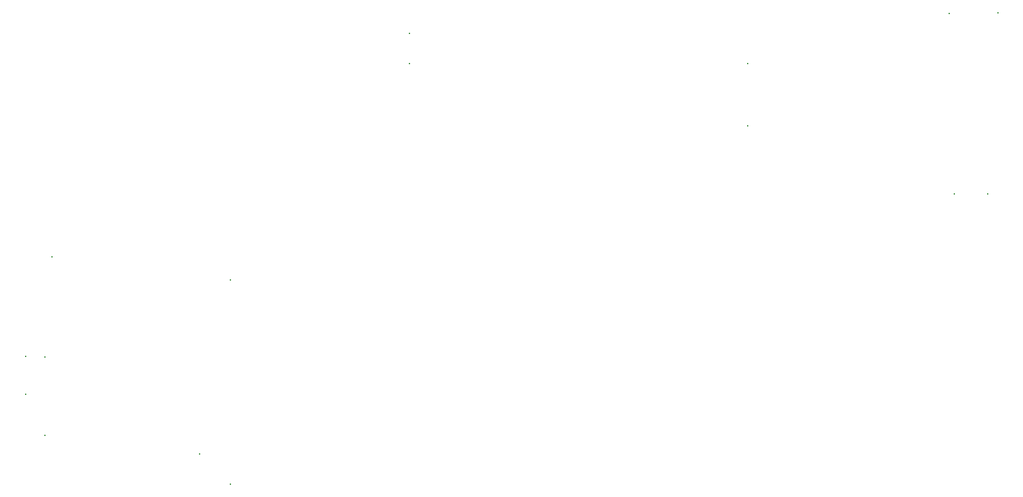
<source format=gbr>
%TF.GenerationSoftware,KiCad,Pcbnew,9.0.2*%
%TF.CreationDate,2025-06-04T15:30:33+02:00*%
%TF.ProjectId,Temp_Sensor_Circuit_Side2,54656d70-5f53-4656-9e73-6f725f436972,rev?*%
%TF.SameCoordinates,Original*%
%TF.FileFunction,Plated,1,2,PTH,Drill*%
%TF.FilePolarity,Positive*%
%FSLAX46Y46*%
G04 Gerber Fmt 4.6, Leading zero omitted, Abs format (unit mm)*
G04 Created by KiCad (PCBNEW 9.0.2) date 2025-06-04 15:30:33*
%MOMM*%
%LPD*%
G01*
G04 APERTURE LIST*
%TA.AperFunction,ViaDrill*%
%ADD10C,0.300000*%
%TD*%
G04 APERTURE END LIST*
D10*
X55530000Y-134380000D03*
X55530000Y-139380000D03*
X58070000Y-134400000D03*
X58070000Y-144730000D03*
X59060000Y-121220000D03*
X78500000Y-147260000D03*
X82540000Y-124300000D03*
X82540000Y-151180000D03*
X106210000Y-91720000D03*
X106210000Y-95780000D03*
X150760000Y-95700000D03*
X150760000Y-103930000D03*
X177400000Y-89100000D03*
X178060000Y-112930000D03*
X182460000Y-112930000D03*
X183800000Y-89070000D03*
M02*

</source>
